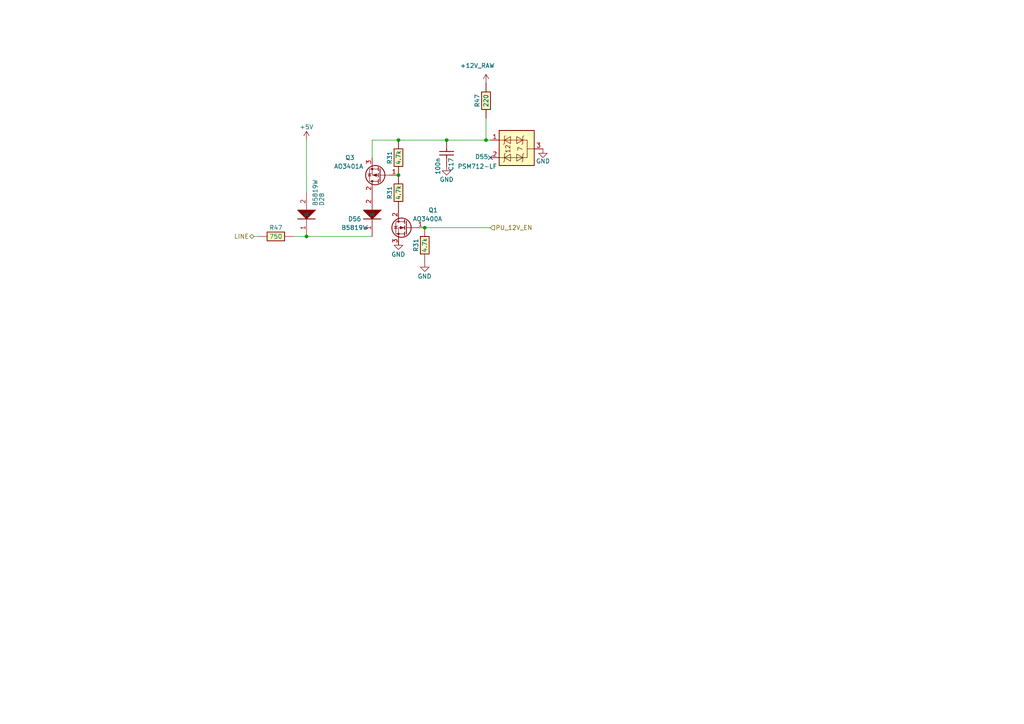
<source format=kicad_sch>
(kicad_sch (version 20230121) (generator eeschema)
  (paper "A4")
  (lib_symbols
    (symbol "MOSFET-P_7" (pin_names hide)
      (property "Reference" "Q" (at 5.207 0.9085 0))
      (property "Value" "MOSFET-P_7" (at 5.207 -1.8666 0))
      (symbol "MOSFET-P_7_0_1"
        (polyline (pts (xy 0.254 0) (xy -2.54 0)))
        (polyline (pts (xy 0.254 1.905) (xy 0.254 -1.905)) (stroke (width 0.254)))
        (polyline (pts (xy 0.762 -1.27) (xy 0.762 -2.286)) (stroke (width 0.254)))
        (polyline (pts (xy 0.762 0.508) (xy 0.762 -0.508)) (stroke (width 0.254)))
        (polyline (pts (xy 0.762 2.286) (xy 0.762 1.27)) (stroke (width 0.254)))
        (polyline (pts (xy 2.54 2.54) (xy 2.54 1.778)))
        (polyline (pts (xy 2.54 -2.54) (xy 2.54 0) (xy 0.762 0)))
        (polyline (pts (xy 0.762 1.778) (xy 3.302 1.778) (xy 3.302 -1.778) (xy 0.762 -1.778)))
        (polyline (pts (xy 2.286 0) (xy 1.27 0.381) (xy 1.27 -0.381) (xy 2.286 0)) (fill (type outline)))
        (polyline (pts (xy 2.794 -0.508) (xy 2.921 -0.381) (xy 3.683 -0.381) (xy 3.81 -0.254)))
        (polyline (pts (xy 3.302 -0.381) (xy 2.921 0.254) (xy 3.683 0.254) (xy 3.302 -0.381)))
        (circle (center 1.651 0) (radius 2.794) (stroke (width 0.254)))
        (circle (center 2.54 -1.778) (radius 0.254) (fill (type outline)))
        (circle (center 2.54 1.778) (radius 0.254) (fill (type outline)))
      )
      (symbol "MOSFET-P_7_1_1"
        (pin input line (at -5.08 0 0) (length 2.54) (name "G") (number "1"))
        (pin passive line (at 2.54 5.08 270) (length 2.54) (name "D") (number "2"))
        (pin passive line (at 2.54 -5.08 90) (length 2.54) (name "S") (number "3"))
      )
    )
    (symbol "hellen-one-common:+12V_RAW" (power) (pin_names (offset 0))
      (property "Value" "+12V_RAW" (at 0 3.556 0))
      (symbol "+12V_RAW_0_1"
        (polyline (pts (xy -0.762 1.27) (xy 0 2.54)))
        (polyline (pts (xy 0 0) (xy 0 2.54)))
        (polyline (pts (xy 0 2.54) (xy 0.762 1.27)))
      )
      (symbol "+12V_RAW_1_1"
        (pin power_in line (at 0 0 90) (length 0) hide (name "+12V_RAW") (number "1"))
      )
    )
    (symbol "hellen-one-common:1N4148WS"
      (property "Reference" "D" (at 0 2.54 0))
      (property "Value" "1N4148WS" (at 0 -3.81 0))
      (symbol "1N4148WS_1_0"
        (polyline (pts (xy 2.54 2.54) (xy 2.54 -2.54)) (stroke (width 0.254)))
        (polyline (pts (xy 0 -2.54) (xy 2.54 0) (xy 0 2.54) (xy 0 -2.54)) (stroke (width 0.254)) (fill (type outline)))
        (pin passive line (at 7.62 0 180) (length 5.08) (name "K") (number "1"))
        (pin passive line (at -5.08 0 0) (length 5.08) (name "A") (number "2"))
      )
    )
    (symbol "hellen-one-common:Cap" (pin_numbers hide)
      (property "Reference" "C" (at -3.81 2.54 0))
      (property "Value" "Cap" (at -2.54 -1.27 0))
      (symbol "Cap_1_0"
        (polyline (pts (xy -1.27 0) (xy -0.508 0)) (stroke (width 0.254)))
        (polyline (pts (xy -0.508 -2.032) (xy -0.508 2.032)) (stroke (width 0.254)))
        (polyline (pts (xy 0.508 2.032) (xy 0.508 -2.032)) (stroke (width 0.254)))
        (polyline (pts (xy 1.27 0) (xy 0.508 0)) (stroke (width 0.254)))
        (pin passive line (at -3.81 0 0) (length 2.54) (name "") (number "1"))
        (pin passive line (at 3.81 0 180) (length 2.54) (name "") (number "2"))
      )
    )
    (symbol "hellen-one-common:MOSFET-N" (pin_names hide)
      (property "Reference" "Q" (at 5.08 6.35 0))
      (property "Value" "MOSFET-N" (at 2.54 3.81 0))
      (symbol "MOSFET-N_0_1"
        (polyline (pts (xy 0.254 0) (xy -2.54 0)))
        (polyline (pts (xy 0.254 1.905) (xy 0.254 -1.905)) (stroke (width 0.254)))
        (polyline (pts (xy 0.762 -1.27) (xy 0.762 -2.286)) (stroke (width 0.254)))
        (polyline (pts (xy 0.762 0.508) (xy 0.762 -0.508)) (stroke (width 0.254)))
        (polyline (pts (xy 0.762 2.286) (xy 0.762 1.27)) (stroke (width 0.254)))
        (polyline (pts (xy 2.54 2.54) (xy 2.54 1.778)))
        (polyline (pts (xy 2.54 -2.54) (xy 2.54 0) (xy 0.762 0)))
        (polyline (pts (xy 0.762 -1.778) (xy 3.302 -1.778) (xy 3.302 1.778) (xy 0.762 1.778)))
        (polyline (pts (xy 1.016 0) (xy 2.032 0.381) (xy 2.032 -0.381) (xy 1.016 0)) (fill (type outline)))
        (polyline (pts (xy 2.794 0.508) (xy 2.921 0.381) (xy 3.683 0.381) (xy 3.81 0.254)))
        (polyline (pts (xy 3.302 0.381) (xy 2.921 -0.254) (xy 3.683 -0.254) (xy 3.302 0.381)))
        (circle (center 1.651 0) (radius 2.794) (stroke (width 0.254)))
        (circle (center 2.54 -1.778) (radius 0.254) (fill (type outline)))
        (circle (center 2.54 1.778) (radius 0.254) (fill (type outline)))
      )
      (symbol "MOSFET-N_1_1"
        (pin input line (at -5.08 0 0) (length 2.54) (name "G") (number "1"))
        (pin passive line (at 2.54 5.08 270) (length 2.54) (name "D") (number "2"))
        (pin passive line (at 2.54 -5.08 90) (length 2.54) (name "S") (number "3"))
      )
    )
    (symbol "hellen-one-common:PSM712"
      (property "Reference" "D?" (at 3.302 0.9085 0))
      (property "Value" "PSM712" (at 3.302 -1.8666 0))
      (symbol "PSM712_0_0"
        (text "12" (at -2.286 2.54 0) (effects (font (size 1.27 1.27))))
        (text "7" (at -2.286 -1.016 0) (effects (font (size 1.27 1.27))))
      )
      (symbol "PSM712_0_1"
        (rectangle (start -7.62 5.08) (end 2.54 -5.08) (stroke (width 0.254)) (fill (type background)))
        (polyline (pts (xy -4.826 5.08) (xy -4.826 -3.048) (xy -2.286 -3.048)) (stroke (width 0.1524)))
        (polyline (pts (xy -6.096 3.302) (xy -5.842 3.556) (xy -3.81 3.556) (xy -3.556 3.81)) (stroke (width 0.1524)))
        (polyline (pts (xy -4.826 -1.778) (xy -3.81 0) (xy -5.842 0) (xy -4.826 -1.778)) (stroke (width 0.1524)))
        (polyline (pts (xy -4.826 3.556) (xy -5.842 1.778) (xy -3.81 1.778) (xy -4.826 3.556)) (stroke (width 0.1524)))
        (polyline (pts (xy -3.556 -1.524) (xy -3.81 -1.778) (xy -5.842 -1.778) (xy -6.096 -2.032)) (stroke (width 0.1524)))
        (polyline (pts (xy -1.016 3.302) (xy -0.762 3.556) (xy 1.27 3.556) (xy 1.524 3.81)) (stroke (width 0.1524)))
        (polyline (pts (xy 0.254 -1.778) (xy 1.27 0) (xy -0.762 0) (xy 0.254 -1.778)) (stroke (width 0.1524)))
        (polyline (pts (xy 0.254 3.556) (xy -0.762 1.778) (xy 1.27 1.778) (xy 0.254 3.556)) (stroke (width 0.1524)))
        (polyline (pts (xy 0.254 5.08) (xy 0.254 -3.048) (xy -2.286 -3.048) (xy -2.286 -5.08)) (stroke (width 0.1524)))
        (polyline (pts (xy 1.524 -1.524) (xy 1.27 -1.778) (xy -0.762 -1.778) (xy -1.016 -2.032)) (stroke (width 0.1524)))
      )
      (symbol "PSM712_1_1"
        (pin passive line (at -4.826 7.62 270) (length 2.54) (name "") (number "1"))
        (pin passive line (at 0.254 7.62 270) (length 2.54) (name "") (number "2"))
        (pin passive line (at -2.286 -7.62 90) (length 2.54) (name "") (number "3"))
      )
    )
    (symbol "hellen-one-common:Res" (pin_numbers hide)
      (property "Reference" "R" (at 3.81 2.54 0))
      (property "Value" "Res" (at 5.08 -2.54 0))
      (symbol "Res_1_0"
        (rectangle (start 2.54 -1.27) (end 7.62 1.27) (stroke (width 0.254)) (fill (type background)))
        (pin passive line (at 0 0 0) (length 2.54) (name "") (number "1"))
        (pin passive line (at 10.16 0 180) (length 2.54) (name "") (number "2"))
      )
    )
    (symbol "power:+5V" (power) (pin_names (offset 0))
      (property "Value" "+5V" (at 0 3.556 0))
      (symbol "+5V_0_1"
        (polyline (pts (xy -0.762 1.27) (xy 0 2.54)))
        (polyline (pts (xy 0 0) (xy 0 2.54)))
        (polyline (pts (xy 0 2.54) (xy 0.762 1.27)))
      )
      (symbol "+5V_1_1"
        (pin power_in line (at 0 0 90) (length 0) hide (name "+5V") (number "1"))
      )
    )
    (symbol "power:GND" (power) (pin_names (offset 0))
      (property "Value" "GND" (at 0 -3.81 0))
      (symbol "GND_0_1"
        (polyline (pts (xy 0 0) (xy 0 -1.27) (xy 1.27 -1.27) (xy 0 -2.54) (xy -1.27 -1.27) (xy 0 -1.27)))
      )
      (symbol "GND_1_1"
        (pin power_in line (at 0 0 270) (length 0) hide (name "GND") (number "1"))
      )
    )
  )
  (junction (at 115.57 50.8))
  (junction (at 88.9 68.58))
  (junction (at 140.97 40.64))
  (junction (at 115.57 40.64))
  (junction (at 123.19 66.04))
  (junction (at 129.54 40.64))
  (no_connect (at 142.24 45.72))
  (wire (pts (xy 140.97 40.64) (xy 129.54 40.64)))
  (wire (pts (xy 107.95 45.72) (xy 107.95 40.64)))
  (wire (pts (xy 88.9 40.64) (xy 88.9 55.88)))
  (wire (pts (xy 140.97 34.29) (xy 140.97 40.64)))
  (wire (pts (xy 85.09 68.58) (xy 88.9 68.58)))
  (wire (pts (xy 142.24 66.04) (xy 123.19 66.04)))
  (wire (pts (xy 73.66 68.58) (xy 74.93 68.58)))
  (wire (pts (xy 142.24 40.64) (xy 140.97 40.64)))
  (wire (pts (xy 107.95 68.58) (xy 88.9 68.58)))
  (wire (pts (xy 129.54 40.64) (xy 115.57 40.64)))
  (wire (pts (xy 107.95 40.64) (xy 115.57 40.64)))
  (wire (pts (xy 115.57 71.12) (xy 115.57 69.85)))
  (hierarchical_label "PU_12V_EN" (shape input) (at 142.24 66.04 0))
  (hierarchical_label "LINE" (shape bidirectional) (at 73.66 68.58 180))
  (symbol (lib_id "hellen-one-common:Res") (at 115.57 60.96 270) (mirror x) (unit 1)
    (property "Reference" "R31" (at 113.03 55.88 0))
    (property "Value" "4.7k" (at 115.57 55.88 0))
    (property "Footprint" "hellen-one-common:R0603" (effects hide))
    (property "LCSC" "C23162" (effects hide))
    (instances (project "alphax_4ch" (path "" (reference "R31") (unit 1)) (path "" (reference "R30") (unit 1)) (path "" (reference "R43") (unit 1))))
  )
  (symbol (lib_id "hellen-one-common:1N4148WS") (at 107.95 60.96 90) (mirror x) (unit 1)
    (property "Reference" "D56" (at 102.87 63.5 90))
    (property "Value" "B5819W" (at 102.87 66.04 90))
    (property "Footprint" "hellen-one-common:SOD-123" (effects hide))
    (property "LCSC" "C8598" (effects hide))
    (instances (project "alphax_4ch" (path "" (reference "D56") (unit 1)) (path "" (reference "D26") (unit 1))))
  )
  (symbol (lib_id "power:GND") (at 123.19 76.2 0) (mirror y) (unit 1)
    (property "Reference" "#PWR025" (effects hide))
    (property "Value" "GND" (at 123.1392 80.1434 0))
    (instances (project "alphax_4ch" (path "" (reference "#PWR025") (unit 1)) (path "" (reference "#PWR0164") (unit 1))))
  )
  (symbol (lib_id "hellen-one-common:Cap") (at 129.54 44.45 90) (unit 1)
    (property "Reference" "C17" (at 130.81 45.72 0) (effects (justify right)))
    (property "Value" "100n" (at 127 45.72 0) (effects (justify right)))
    (property "Footprint" "hellen-one-common:C0603" (effects hide))
    (property "LCSC" "C14663" (effects hide))
    (instances (project "alphax_4ch" (path "" (reference "C17") (unit 1)) (path "" (reference "C5") (unit 1))))
  )
  (symbol (lib_id "hellen-one-common:PSM712") (at 149.86 45.466 90) (mirror x) (unit 1)
    (property "Reference" "D55" (at 139.7 45.466 90))
    (property "Value" "PSM712-LF" (at 138.43 48.26 90))
    (property "Footprint" "hellen-one-common:SOT-23" (effects hide))
    (property "Datasheet" "https://datasheet.lcsc.com/lcsc/1811061632_ProTek-Devices-PSM712-LF-T7_C32677.pdf" (effects hide))
    (property "LCSC" "C32677" (effects hide))
    (instances (project "alphax_4ch" (path "" (reference "D55") (unit 1)) (path "" (reference "D25") (unit 1))))
  )
  (symbol (lib_name "MOSFET-P_7") (lib_id "hellen-one-common:MOSFET-P") (at 110.49 50.8 180) (unit 1)
    (property "Reference" "Q3" (at 102.87 45.72 0) (effects (justify left)))
    (property "Value" "AO3401A" (at 105.41 48.26 0) (effects (justify left)))
    (property "Footprint" "hellen-one-common:SOT-23" (effects hide))
    (property "Datasheet" "https://datasheet.lcsc.com/lcsc/1810171817_Alpha-&-Omega-Semicon-AO3401A_C15127.pdf" (effects hide))
    (property "LCSC" "C15127" (effects hide))
    (instances (project "alphax_4ch" (path "" (reference "Q3") (unit 1)) (path "" (reference "Q21") (unit 1))))
  )
  (symbol (lib_id "power:+5V") (at 88.9 40.64 0) (unit 1)
    (property "Reference" "#PWR050" (effects hide))
    (property "Value" "+5V" (at 88.9 36.83 0))
    (instances (project "alphax_4ch" (path "" (reference "#PWR050") (unit 1)) (path "" (reference "#PWR0162") (unit 1))))
  )
  (symbol (lib_id "hellen-one-common:Res") (at 115.57 50.8 270) (mirror x) (unit 1)
    (property "Reference" "R31" (at 113.03 45.72 0))
    (property "Value" "4.7k" (at 115.57 45.72 0))
    (property "Footprint" "hellen-one-common:R0603" (effects hide))
    (property "LCSC" "C23162" (effects hide))
    (instances (project "alphax_4ch" (path "" (reference "R31") (unit 1)) (path "" (reference "R30") (unit 1)) (path "" (reference "R42") (unit 1))))
  )
  (symbol (lib_id "hellen-one-common:MOSFET-N") (at 118.11 66.04 0) (mirror y) (unit 1)
    (property "Reference" "Q1" (at 127 60.96 0) (effects (justify left)))
    (property "Value" "AO3400A" (at 128.27 63.5 0) (effects (justify left)))
    (property "Footprint" "hellen-one-common:SOT-23" (effects hide))
    (property "LCSC" " C20917" (effects hide))
    (instances (project "alphax_4ch" (path "" (reference "Q1") (unit 1)) (path "" (reference "Q20") (unit 1))))
  )
  (symbol (lib_id "hellen-one-common:Res") (at 140.97 34.29 90) (unit 1)
    (property "Reference" "R47" (at 138.43 29.21 0))
    (property "Value" "220" (at 140.97 29.21 0))
    (property "Footprint" "hellen-one-common:R0805" (effects hide))
    (property "LCSC" "C17557" (effects hide))
    (instances (project "alphax_4ch" (path "" (reference "R47") (unit 1)) (path "" (reference "R33") (unit 1))))
  )
  (symbol (lib_id "hellen-one-common:Res") (at 123.19 76.2 270) (mirror x) (unit 1)
    (property "Reference" "R31" (at 120.65 71.12 0))
    (property "Value" "4.7k" (at 123.19 71.12 0))
    (property "Footprint" "hellen-one-common:R0603" (effects hide))
    (property "LCSC" "C23162" (effects hide))
    (instances (project "alphax_4ch" (path "" (reference "R31") (unit 1)) (path "" (reference "R30") (unit 1)) (path "" (reference "R44") (unit 1))))
  )
  (symbol (lib_id "power:GND") (at 157.48 43.18 0) (mirror y) (unit 1)
    (property "Reference" "#PWR039" (effects hide))
    (property "Value" "GND" (at 157.48 46.736 0))
    (instances (project "alphax_4ch" (path "" (reference "#PWR039") (unit 1)) (path "" (reference "#PWR0166") (unit 1))))
  )
  (symbol (lib_id "power:GND") (at 115.57 69.85 0) (mirror y) (unit 1)
    (property "Reference" "#PWR025" (effects hide))
    (property "Value" "GND" (at 115.5192 73.7934 0))
    (instances (project "alphax_4ch" (path "" (reference "#PWR025") (unit 1)) (path "" (reference "#PWR0163") (unit 1))))
  )
  (symbol (lib_id "hellen-one-common:Res") (at 85.09 68.58 180) (unit 1)
    (property "Reference" "R47" (at 80.01 66.04 0))
    (property "Value" "750" (at 80.01 68.58 0))
    (property "Footprint" "hellen-one-common:R0805" (effects hide))
    (property "LCSC" "C17818" (effects hide))
    (instances (project "alphax_4ch" (path "" (reference "R47") (unit 1)) (path "" (reference "R45") (unit 1))))
  )
  (symbol (lib_id "power:GND") (at 129.54 48.26 0) (unit 1)
    (property "Reference" "#PWR070" (effects hide))
    (property "Value" "GND" (at 129.54 52.07 0))
    (instances (project "alphax_4ch" (path "" (reference "#PWR070") (unit 1)) (path "" (reference "#PWR0165") (unit 1))))
  )
  (symbol (lib_id "hellen-one-common:1N4148WS") (at 88.9 60.96 90) (mirror x) (unit 1)
    (property "Reference" "D28" (at 93.3357 57.8251 0))
    (property "Value" "B5819W" (at 91.44 55.88 0))
    (property "Footprint" "hellen-one-common:SOD-123" (effects hide))
    (property "LCSC" "C8598" (effects hide))
    (instances (project "alphax_4ch" (path "" (reference "D28") (unit 1)) (path "" (reference "D27") (unit 1))))
  )
  (symbol (lib_id "hellen-one-common:+12V_RAW") (at 140.97 24.13 0) (mirror y) (unit 1)
    (property "Reference" "#PWR038" (effects hide))
    (property "Value" "+12V_RAW" (at 143.51 19.05 0) (effects (justify left)))
    (instances (project "alphax_4ch" (path "" (reference "#PWR038") (unit 1)) (path "" (reference "#PWR0189") (unit 1))))
  )
)
</source>
